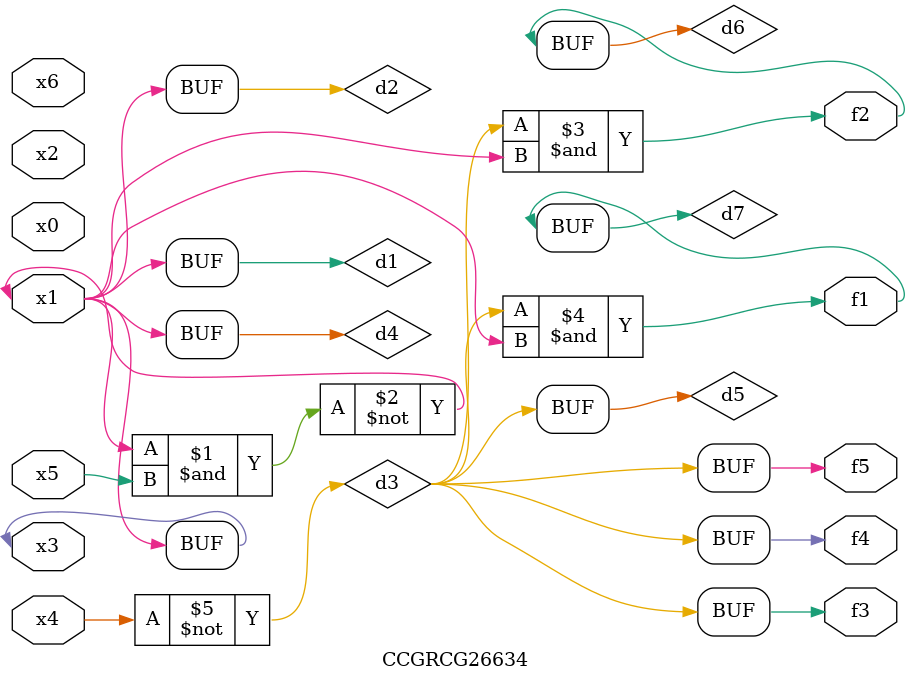
<source format=v>
module CCGRCG26634(
	input x0, x1, x2, x3, x4, x5, x6,
	output f1, f2, f3, f4, f5
);

	wire d1, d2, d3, d4, d5, d6, d7;

	buf (d1, x1, x3);
	nand (d2, x1, x5);
	not (d3, x4);
	buf (d4, d1, d2);
	buf (d5, d3);
	and (d6, d3, d4);
	and (d7, d3, d4);
	assign f1 = d7;
	assign f2 = d6;
	assign f3 = d5;
	assign f4 = d5;
	assign f5 = d5;
endmodule

</source>
